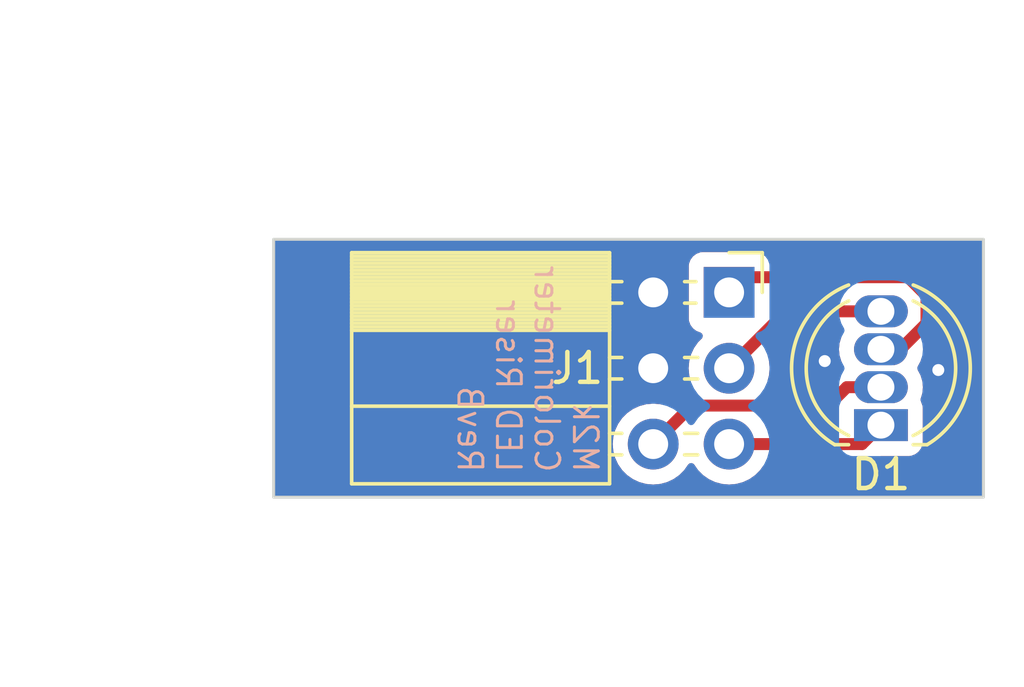
<source format=kicad_pcb>
(kicad_pcb (version 20221018) (generator pcbnew)
  (layers (0 "F.Cu" signal) (31 "B.Cu" signal) (34 "B.Paste" user) (35 "F.Paste" user) (36 "B.SilkS" user "B.Silkscreen") (37 "F.SilkS" user "F.Silkscreen") (38 "B.Mask" user) (39 "F.Mask" user) (44 "Edge.Cuts" user))
  (net 0 "")
  (net 1 "/B")
  (net 2 "GND")
  (net 3 "/G")
  (net 4 "/R")
  (net 5 "/A")
  (footprint "LED_THT:LED_D5.0mm-4_RGB" (layer "F.Cu") (at 106.68 80.645 90)
    (fp_text reference "D1" (at -1.651 0 180) (layer "F.SilkS"))
    (fp_text value "LED_RABG")
    (fp_line (start -0.655 -1.545) (end -0.655 -1.08) (stroke (width 0.12)) (layer "F.SilkS"))
    (fp_line (start -0.655 1.08) (end -0.655 1.545) (stroke (width 0.12)) (layer "F.SilkS"))
    (fp_arc (start -0.655 -1.54483) (mid 2.163456 -2.978809) (end 4.692815 -1.080827) (stroke (width 0.12)) (layer "F.SilkS"))
    (fp_arc (start -0.349684 -1.08) (mid 1.904762 -2.5) (end 4.159479 -1.080429) (stroke (width 0.12)) (layer "F.SilkS"))
    (fp_arc (start 4.159479 1.080429) (mid 1.904762 2.5) (end -0.349684 1.08) (stroke (width 0.12)) (layer "F.SilkS"))
    (fp_arc (start 4.692815 1.080827) (mid 2.163456 2.978808) (end -0.655 1.54483) (stroke (width 0.12)) (layer "F.SilkS"))
    (pad "1" thru_hole rect (at 0 0 90) (size 1.07 1.8) (drill 0.9) (layers "*.Cu" "*.Mask") (net 4 "/R"))
    (pad "2" thru_hole oval (at 1.27 0 90) (size 1.07 1.8) (drill 0.9) (layers "*.Cu" "*.Mask") (net 5 "/A"))
    (pad "3" thru_hole oval (at 2.54 0 90) (size 1.07 1.8) (drill 0.9) (layers "*.Cu" "*.Mask") (net 1 "/B"))
    (pad "4" thru_hole oval (at 3.81 0 90) (size 1.07 1.8) (drill 0.9) (layers "*.Cu" "*.Mask") (net 3 "/G"))
  )
  (footprint "Connector_PinSocket_2.54mm:PinSocket_2x03_P2.54mm_Horizontal" (layer "F.Cu") (at 101.6 76.2)
    (fp_text reference "J1" (at -5.08 2.54) (layer "F.SilkS"))
    (fp_text value "Conn_02x03_Odd_Even")
    (fp_line (start -12.63 -1.33) (end -12.63 6.41) (stroke (width 0.12)) (layer "F.SilkS"))
    (fp_line (start -12.63 -1.33) (end -4 -1.33) (stroke (width 0.12)) (layer "F.SilkS"))
    (fp_line (start -12.63 -1.21) (end -4 -1.21) (stroke (width 0.12)) (layer "F.SilkS"))
    (fp_line (start -12.63 -1.091905) (end -4 -1.091905) (stroke (width 0.12)) (layer "F.SilkS"))
    (fp_line (start -12.63 -0.97381) (end -4 -0.97381) (stroke (width 0.12)) (layer "F.SilkS"))
    (fp_line (start -12.63 -0.855715) (end -4 -0.855715) (stroke (width 0.12)) (layer "F.SilkS"))
    (fp_line (start -12.63 -0.73762) (end -4 -0.73762) (stroke (width 0.12)) (layer "F.SilkS"))
    (fp_line (start -12.63 -0.619525) (end -4 -0.619525) (stroke (width 0.12)) (layer "F.SilkS"))
    (fp_line (start -12.63 -0.50143) (end -4 -0.50143) (stroke (width 0.12)) (layer "F.SilkS"))
    (fp_line (start -12.63 -0.383335) (end -4 -0.383335) (stroke (width 0.12)) (layer "F.SilkS"))
    (fp_line (start -12.63 -0.26524) (end -4 -0.26524) (stroke (width 0.12)) (layer "F.SilkS"))
    (fp_line (start -12.63 -0.147145) (end -4 -0.147145) (stroke (width 0.12)) (layer "F.SilkS"))
    (fp_line (start -12.63 -0.02905) (end -4 -0.02905) (stroke (width 0.12)) (layer "F.SilkS"))
    (fp_line (start -12.63 0.089045) (end -4 0.089045) (stroke (width 0.12)) (layer "F.SilkS"))
    (fp_line (start -12.63 0.20714) (end -4 0.20714) (stroke (width 0.12)) (layer "F.SilkS"))
    (fp_line (start -12.63 0.325235) (end -4 0.325235) (stroke (width 0.12)) (layer "F.SilkS"))
    (fp_line (start -12.63 0.44333) (end -4 0.44333) (stroke (width 0.12)) (layer "F.SilkS"))
    (fp_line (start -12.63 0.561425) (end -4 0.561425) (stroke (width 0.12)) (layer "F.SilkS"))
    (fp_line (start -12.63 0.67952) (end -4 0.67952) (stroke (width 0.12)) (layer "F.SilkS"))
    (fp_line (start -12.63 0.797615) (end -4 0.797615) (stroke (width 0.12)) (layer "F.SilkS"))
    (fp_line (start -12.63 0.91571) (end -4 0.91571) (stroke (width 0.12)) (layer "F.SilkS"))
    (fp_line (start -12.63 1.033805) (end -4 1.033805) (stroke (width 0.12)) (layer "F.SilkS"))
    (fp_line (start -12.63 1.1519) (end -4 1.1519) (stroke (width 0.12)) (layer "F.SilkS"))
    (fp_line (start -12.63 1.27) (end -4 1.27) (stroke (width 0.12)) (layer "F.SilkS"))
    (fp_line (start -12.63 3.81) (end -4 3.81) (stroke (width 0.12)) (layer "F.SilkS"))
    (fp_line (start -12.63 6.41) (end -4 6.41) (stroke (width 0.12)) (layer "F.SilkS"))
    (fp_line (start -4 -1.33) (end -4 6.41) (stroke (width 0.12)) (layer "F.SilkS"))
    (fp_line (start -4 -0.36) (end -3.59 -0.36) (stroke (width 0.12)) (layer "F.SilkS"))
    (fp_line (start -4 0.36) (end -3.59 0.36) (stroke (width 0.12)) (layer "F.SilkS"))
    (fp_line (start -4 2.18) (end -3.59 2.18) (stroke (width 0.12)) (layer "F.SilkS"))
    (fp_line (start -4 2.9) (end -3.59 2.9) (stroke (width 0.12)) (layer "F.SilkS"))
    (fp_line (start -4 4.72) (end -3.59 4.72) (stroke (width 0.12)) (layer "F.SilkS"))
    (fp_line (start -4 5.44) (end -3.59 5.44) (stroke (width 0.12)) (layer "F.SilkS"))
    (fp_line (start -1.49 -0.36) (end -1.11 -0.36) (stroke (width 0.12)) (layer "F.SilkS"))
    (fp_line (start -1.49 0.36) (end -1.11 0.36) (stroke (width 0.12)) (layer "F.SilkS"))
    (fp_line (start -1.49 2.18) (end -1.05 2.18) (stroke (width 0.12)) (layer "F.SilkS"))
    (fp_line (start -1.49 2.9) (end -1.05 2.9) (stroke (width 0.12)) (layer "F.SilkS"))
    (fp_line (start -1.49 4.72) (end -1.05 4.72) (stroke (width 0.12)) (layer "F.SilkS"))
    (fp_line (start -1.49 5.44) (end -1.05 5.44) (stroke (width 0.12)) (layer "F.SilkS"))
    (fp_line (start 0 -1.33) (end 1.11 -1.33) (stroke (width 0.12)) (layer "F.SilkS"))
    (fp_line (start 1.11 -1.33) (end 1.11 0) (stroke (width 0.12)) (layer "F.SilkS"))
    (pad "1" thru_hole rect (at 0 0) (size 1.7 1.7) (drill 1) (layers "*.Cu" "*.Mask") (net 1 "/B"))
    (pad "2" thru_hole oval (at -2.54 0) (size 1.7 1.7) (drill 1) (layers "*.Cu" "*.Mask") (net 2 "GND"))
    (pad "3" thru_hole oval (at 0 2.54) (size 1.7 1.7) (drill 1) (layers "*.Cu" "*.Mask") (net 3 "/G"))
    (pad "4" thru_hole oval (at -2.54 2.54) (size 1.7 1.7) (drill 1) (layers "*.Cu" "*.Mask") (net 2 "GND"))
    (pad "5" thru_hole oval (at 0 5.08) (size 1.7 1.7) (drill 1) (layers "*.Cu" "*.Mask") (net 4 "/R"))
    (pad "6" thru_hole oval (at -2.54 5.08) (size 1.7 1.7) (drill 1) (layers "*.Cu" "*.Mask") (net 5 "/A"))
  )
  (gr_rect (start 86.36 74.422) (end 110.109 83.058) (stroke (width 0.1)) (fill none) (layer "Edge.Cuts"))
  (gr_text "M2k\nColorimeter\nLED Riser\nRevB" (at 92.456 82.296 -90) (layer "B.SilkS") (effects (font (size 0.8 0.8) (thickness 0.1)) (justify left bottom mirror)))
  (segment (start 101.6 76.2) (end 102.108 75.692) (width 0.4) (layer "F.Cu") (net 1))
  (segment (start 107.333145 78.105) (end 106.68 78.105) (width 0.4) (layer "F.Cu") (net 1))
  (segment (start 107.587145 75.692) (end 108.204 76.308855) (width 0.4) (layer "F.Cu") (net 1))
  (segment (start 102.108 75.692) (end 107.587145 75.692) (width 0.4) (layer "F.Cu") (net 1))
  (segment (start 108.204 77.234145) (end 107.333145 78.105) (width 0.4) (layer "F.Cu") (net 1))
  (segment (start 108.204 76.308855) (end 108.204 77.234145) (width 0.4) (layer "F.Cu") (net 1))
  (via (at 108.599998 78.8) (size 0.8) (drill 0.4) (layers "F.Cu" "B.Cu") (net 2))
  (via (at 104.8 78.5) (size 0.8) (drill 0.4) (layers "F.Cu" "B.Cu") (net 2))
  (segment (start 103.505 76.835) (end 106.68 76.835) (width 0.4) (layer "F.Cu") (net 3))
  (segment (start 101.6 78.74) (end 103.505 76.835) (width 0.4) (layer "F.Cu") (net 3))
  (segment (start 106.045 81.28) (end 106.68 80.645) (width 0.4) (layer "F.Cu") (net 4))
  (segment (start 101.6 81.28) (end 106.045 81.28) (width 0.4) (layer "F.Cu") (net 4))
  (segment (start 99.06 81.28) (end 100.35 79.99) (width 0.4) (layer "F.Cu") (net 5))
  (segment (start 100.35 79.99) (end 104.922 79.99) (width 0.4) (layer "F.Cu") (net 5))
  (segment (start 105.537 79.375) (end 106.68 79.375) (width 0.4) (layer "F.Cu") (net 5))
  (segment (start 104.922 79.99) (end 105.537 79.375) (width 0.4) (layer "F.Cu") (net 5))
  (zone (net 2) (net_name "GND") (layers "F&B.Cu") (connect_pads yes (clearance 0.5)) (min_thickness 0.25) (fill yes (thermal_gap 0.5) (thermal_bridge_width 0.5))
    (polygon (pts (xy 86.106 74.168) (xy 110.363 74.168) (xy 110.363 83.312) (xy 86.106 83.312)))
  )
)
</source>
